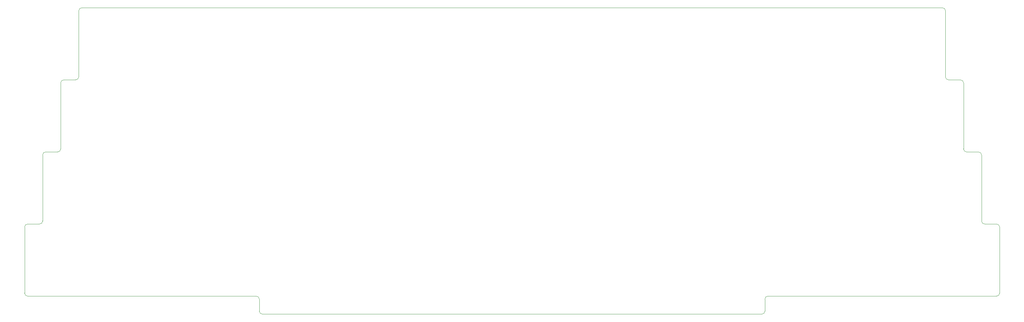
<source format=gbr>
%TF.GenerationSoftware,KiCad,Pcbnew,(7.0.0)*%
%TF.CreationDate,2023-08-30T22:13:04+02:00*%
%TF.ProjectId,Wakizashi,57616b69-7a61-4736-9869-2e6b69636164,rev?*%
%TF.SameCoordinates,Original*%
%TF.FileFunction,Profile,NP*%
%FSLAX46Y46*%
G04 Gerber Fmt 4.6, Leading zero omitted, Abs format (unit mm)*
G04 Created by KiCad (PCBNEW (7.0.0)) date 2023-08-30 22:13:04*
%MOMM*%
%LPD*%
G01*
G04 APERTURE LIST*
%TA.AperFunction,Profile*%
%ADD10C,0.100000*%
%TD*%
G04 APERTURE END LIST*
D10*
X272256250Y-55562500D02*
X275431250Y-55562500D01*
X29368750Y-55562500D02*
X32543750Y-55562500D01*
X24606250Y-74612500D02*
X27781250Y-74612500D01*
X37306250Y-36512500D02*
G75*
G03*
X38100000Y-35718800I-50J793800D01*
G01*
X280987500Y-75406250D02*
G75*
G03*
X280193750Y-74612500I-793800J-50D01*
G01*
X34131250Y-36512600D02*
G75*
G03*
X33337500Y-37306300I50J-793800D01*
G01*
X38893750Y-17462550D02*
X265906250Y-17462500D01*
X271462500Y-37306250D02*
X271462500Y-54768750D01*
X277018750Y-74612500D02*
X280193750Y-74612500D01*
X280193750Y-93662500D02*
G75*
G03*
X280987500Y-92868750I-50J793800D01*
G01*
X27781250Y-74612500D02*
G75*
G03*
X28575000Y-73818750I-50J793800D01*
G01*
X33337500Y-37306250D02*
X33337500Y-54768750D01*
X280987500Y-75406250D02*
X280987500Y-92868750D01*
X219868750Y-93662500D02*
X280193750Y-93662500D01*
X28575000Y-56356250D02*
X28575000Y-73818750D01*
X29368750Y-55562500D02*
G75*
G03*
X28575000Y-56356250I50J-793800D01*
G01*
X34131250Y-36512550D02*
X37306250Y-36512550D01*
X271462500Y-37306250D02*
G75*
G03*
X270668750Y-36512500I-793800J-50D01*
G01*
X218281250Y-98425000D02*
G75*
G03*
X219075000Y-97631250I-50J793800D01*
G01*
X266700000Y-18256250D02*
G75*
G03*
X265906250Y-17462500I-793800J-50D01*
G01*
X85725000Y-97631250D02*
X85725000Y-94456250D01*
X276225000Y-56356250D02*
X276225000Y-73818750D01*
X38893750Y-17462600D02*
G75*
G03*
X38100000Y-18256300I50J-793800D01*
G01*
X24606250Y-74612500D02*
G75*
G03*
X23812500Y-75406250I50J-793800D01*
G01*
X84931250Y-93662500D02*
X24606250Y-93662500D01*
X23812500Y-92868750D02*
G75*
G03*
X24606250Y-93662500I793800J50D01*
G01*
X38100000Y-18256300D02*
X38100000Y-35718800D01*
X85725000Y-97631250D02*
G75*
G03*
X86518750Y-98425000I793800J50D01*
G01*
X271462500Y-54768750D02*
G75*
G03*
X272256250Y-55562500I793800J50D01*
G01*
X219868750Y-93662500D02*
G75*
G03*
X219075000Y-94456250I50J-793800D01*
G01*
X266700000Y-18256250D02*
X266700000Y-35718750D01*
X219075000Y-94456250D02*
X219075000Y-97631250D01*
X276225000Y-73818750D02*
G75*
G03*
X277018750Y-74612500I793800J50D01*
G01*
X266700000Y-35718750D02*
G75*
G03*
X267493750Y-36512500I793800J50D01*
G01*
X32543750Y-55562500D02*
G75*
G03*
X33337500Y-54768750I-50J793800D01*
G01*
X267493750Y-36512500D02*
X270668750Y-36512500D01*
X85725000Y-94456250D02*
G75*
G03*
X84931250Y-93662500I-793800J-50D01*
G01*
X23812500Y-75406250D02*
X23812500Y-92868750D01*
X276225000Y-56356250D02*
G75*
G03*
X275431250Y-55562500I-793800J-50D01*
G01*
X218281250Y-98425000D02*
X86518750Y-98425000D01*
M02*

</source>
